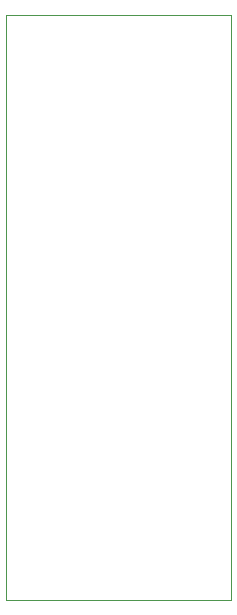
<source format=gbr>
%TF.GenerationSoftware,KiCad,Pcbnew,(6.0.7-1)-1*%
%TF.CreationDate,2023-01-02T14:41:07-08:00*%
%TF.ProjectId,QCard,51436172-642e-46b6-9963-61645f706362,rev?*%
%TF.SameCoordinates,Original*%
%TF.FileFunction,Profile,NP*%
%FSLAX46Y46*%
G04 Gerber Fmt 4.6, Leading zero omitted, Abs format (unit mm)*
G04 Created by KiCad (PCBNEW (6.0.7-1)-1) date 2023-01-02 14:41:07*
%MOMM*%
%LPD*%
G01*
G04 APERTURE LIST*
%TA.AperFunction,Profile*%
%ADD10C,0.100000*%
%TD*%
G04 APERTURE END LIST*
D10*
X103000000Y-50000000D02*
X84000000Y-50000000D01*
X84000000Y-50000000D02*
X84000000Y-99500000D01*
X84000000Y-99500000D02*
X103000000Y-99500000D01*
X103000000Y-99500000D02*
X103000000Y-50000000D01*
M02*

</source>
